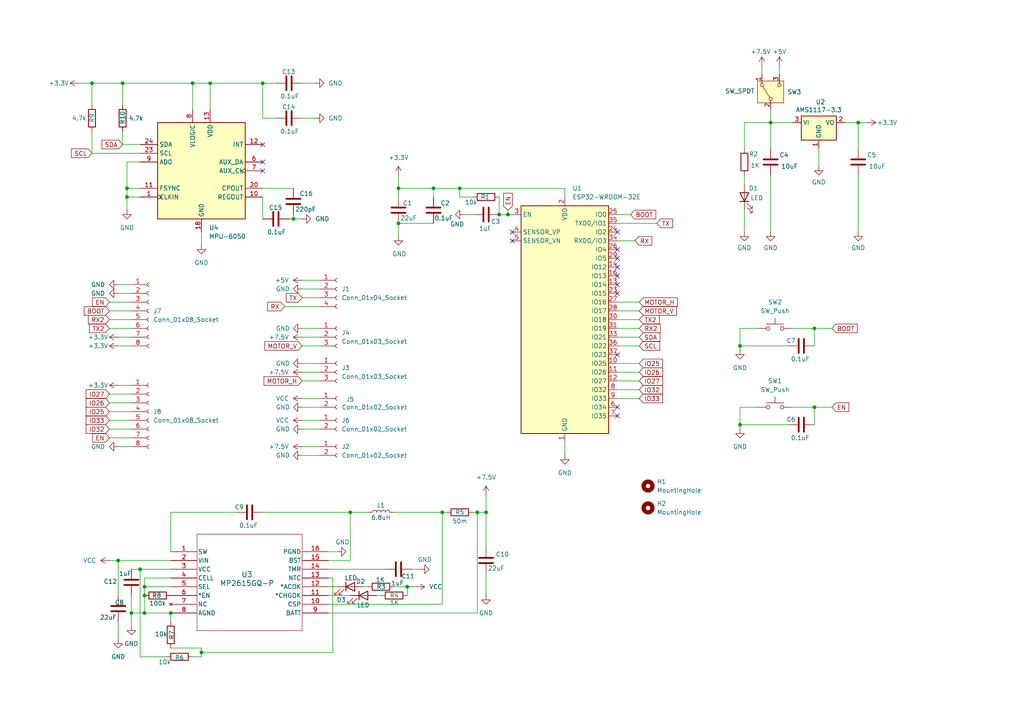
<source format=kicad_sch>
(kicad_sch (version 20231120) (generator "eeschema") (generator_version "8.0")
  (paper "A4")
  (junction (at 214.63 123.19))
  (junction (at 36.83 57.15))
  (junction (at 40.64 165.1))
  (junction (at 248.92 35.56))
  (junction (at 41.91 172.72))
  (junction (at 144.78 62.23))
  (junction (at 236.22 118.11))
  (junction (at 147.32 62.23))
  (junction (at 58.42 189.23))
  (junction (at 49.53 177.8))
  (junction (at 38.1 177.8))
  (junction (at 41.91 170.18))
  (junction (at 26.67 24.13))
  (junction (at 223.52 35.56))
  (junction (at 85.09 63.5))
  (junction (at 41.91 177.8))
  (junction (at 34.29 162.56))
  (junction (at 118.11 170.18))
  (junction (at 60.96 24.13))
  (junction (at 55.88 24.13))
  (junction (at 76.2 24.13))
  (junction (at 236.22 95.25))
  (junction (at 125.73 54.61))
  (junction (at 35.56 24.13))
  (junction (at 128.27 148.59))
  (junction (at 115.57 54.61))
  (junction (at 101.6 148.59))
  (junction (at 115.57 64.77))
  (junction (at 140.97 148.59))
  (junction (at 138.43 148.59))
  (junction (at 214.63 100.33))
  (junction (at 36.83 54.61))
  (junction (at 133.35 54.61))
  (no_connect (at 179.07 72.39))
  (no_connect (at 148.59 67.31))
  (no_connect (at 179.07 77.47))
  (no_connect (at 76.2 46.99))
  (no_connect (at 179.07 67.31))
  (no_connect (at 179.07 102.87))
  (no_connect (at 179.07 82.55))
  (no_connect (at 179.07 74.93))
  (no_connect (at 76.2 49.53))
  (no_connect (at 179.07 85.09))
  (no_connect (at 148.59 69.85))
  (no_connect (at 179.07 80.01))
  (no_connect (at 76.2 41.91))
  (no_connect (at 179.07 120.65))
  (no_connect (at 179.07 118.11))
  (bus_entry (at 3679.19 8.89) (size 2.54 2.54))
  (wire (pts (xy 34.29 82.55) (xy 38.1 82.55)))
  (wire (pts (xy 140.97 143.51) (xy 140.97 148.59)))
  (wire (pts (xy 214.63 100.33) (xy 228.6 100.33)))
  (wire (pts (xy 36.83 46.99) (xy 36.83 54.61)))
  (wire (pts (xy 96.52 167.64) (xy 96.52 189.23)))
  (wire (pts (xy 31.75 116.84) (xy 38.1 116.84)))
  (wire (pts (xy 76.2 54.61) (xy 85.09 54.61)))
  (wire (pts (xy 179.07 97.79) (xy 185.42 97.79)))
  (wire (pts (xy 49.53 160.02) (xy 49.53 148.59)))
  (wire (pts (xy 40.64 165.1) (xy 49.53 165.1)))
  (wire (pts (xy 115.57 54.61) (xy 115.57 57.15)))
  (wire (pts (xy 34.29 97.79) (xy 38.1 97.79)))
  (wire (pts (xy 76.2 57.15) (xy 76.2 63.5)))
  (wire (pts (xy 87.63 118.11) (xy 92.71 118.11)))
  (wire (pts (xy 87.63 95.25) (xy 92.71 95.25)))
  (wire (pts (xy 179.07 92.71) (xy 185.42 92.71)))
  (wire (pts (xy 87.63 132.08) (xy 92.71 132.08)))
  (wire (pts (xy 58.42 67.31) (xy 58.42 71.12)))
  (wire (pts (xy 147.32 60.96) (xy 147.32 62.23)))
  (wire (pts (xy 119.38 165.1) (xy 121.92 165.1)))
  (wire (pts (xy 41.91 170.18) (xy 41.91 172.72)))
  (wire (pts (xy 35.56 38.1) (xy 35.56 41.91)))
  (wire (pts (xy 179.07 110.49) (xy 185.42 110.49)))
  (wire (pts (xy 115.57 54.61) (xy 125.73 54.61)))
  (wire (pts (xy 60.96 24.13) (xy 60.96 31.75)))
  (wire (pts (xy 87.63 100.33) (xy 92.71 100.33)))
  (wire (pts (xy 41.91 167.64) (xy 41.91 170.18)))
  (wire (pts (xy 49.53 148.59) (xy 68.58 148.59)))
  (wire (pts (xy 49.53 177.8) (xy 49.53 180.34)))
  (wire (pts (xy 95.25 162.56) (xy 101.6 162.56)))
  (wire (pts (xy 96.52 167.64) (xy 95.25 167.64)))
  (wire (pts (xy 179.07 107.95) (xy 185.42 107.95)))
  (wire (pts (xy 245.11 35.56) (xy 248.92 35.56)))
  (wire (pts (xy 214.63 118.11) (xy 219.71 118.11)))
  (wire (pts (xy 87.63 86.36) (xy 92.71 86.36)))
  (wire (pts (xy 229.87 118.11) (xy 236.22 118.11)))
  (wire (pts (xy 40.64 165.1) (xy 40.64 190.5)))
  (wire (pts (xy 26.67 44.45) (xy 40.64 44.45)))
  (wire (pts (xy 179.07 95.25) (xy 185.42 95.25)))
  (wire (pts (xy 214.63 123.19) (xy 228.6 123.19)))
  (wire (pts (xy 31.75 162.56) (xy 34.29 162.56)))
  (wire (pts (xy 26.67 38.1) (xy 26.67 44.45)))
  (wire (pts (xy 35.56 41.91) (xy 40.64 41.91)))
  (wire (pts (xy 31.75 95.25) (xy 38.1 95.25)))
  (wire (pts (xy 118.11 170.18) (xy 120.65 170.18)))
  (wire (pts (xy 55.88 24.13) (xy 60.96 24.13)))
  (wire (pts (xy 133.35 54.61) (xy 133.35 57.15)))
  (wire (pts (xy 95.25 170.18) (xy 97.79 170.18)))
  (wire (pts (xy 58.42 190.5) (xy 55.88 190.5)))
  (wire (pts (xy 34.29 85.09) (xy 38.1 85.09)))
  (wire (pts (xy 179.07 100.33) (xy 185.42 100.33)))
  (wire (pts (xy 34.29 162.56) (xy 34.29 172.72)))
  (wire (pts (xy 40.64 190.5) (xy 48.26 190.5)))
  (wire (pts (xy 248.92 50.8) (xy 248.92 67.31)))
  (wire (pts (xy 179.07 64.77) (xy 190.5 64.77)))
  (wire (pts (xy 215.9 60.96) (xy 215.9 67.31)))
  (wire (pts (xy 237.49 48.26) (xy 237.49 43.18)))
  (wire (pts (xy 179.07 90.17) (xy 185.42 90.17)))
  (wire (pts (xy 115.57 50.8) (xy 115.57 54.61)))
  (wire (pts (xy 76.2 24.13) (xy 80.01 24.13)))
  (wire (pts (xy 179.07 115.57) (xy 185.42 115.57)))
  (wire (pts (xy 236.22 123.19) (xy 236.22 118.11)))
  (wire (pts (xy 95.25 165.1) (xy 111.76 165.1)))
  (wire (pts (xy 31.75 124.46) (xy 38.1 124.46)))
  (wire (pts (xy 144.78 62.23) (xy 147.32 62.23)))
  (wire (pts (xy 87.63 110.49) (xy 92.71 110.49)))
  (wire (pts (xy 115.57 64.77) (xy 125.73 64.77)))
  (wire (pts (xy 229.87 95.25) (xy 236.22 95.25)))
  (wire (pts (xy 105.41 170.18) (xy 106.68 170.18)))
  (wire (pts (xy 137.16 57.15) (xy 133.35 57.15)))
  (wire (pts (xy 40.64 57.15) (xy 36.83 57.15)))
  (wire (pts (xy 40.64 54.61) (xy 36.83 54.61)))
  (wire (pts (xy 147.32 62.23) (xy 148.59 62.23)))
  (wire (pts (xy 31.75 127) (xy 38.1 127)))
  (wire (pts (xy 26.67 24.13) (xy 26.67 30.48)))
  (wire (pts (xy 179.07 62.23) (xy 182.88 62.23)))
  (wire (pts (xy 60.96 24.13) (xy 76.2 24.13)))
  (wire (pts (xy 38.1 165.1) (xy 40.64 165.1)))
  (wire (pts (xy 223.52 31.75) (xy 223.52 35.56)))
  (wire (pts (xy 31.75 90.17) (xy 38.1 90.17)))
  (wire (pts (xy 140.97 148.59) (xy 140.97 158.75)))
  (wire (pts (xy 34.29 180.34) (xy 34.29 185.42)))
  (wire (pts (xy 87.63 121.92) (xy 92.71 121.92)))
  (wire (pts (xy 114.3 148.59) (xy 128.27 148.59)))
  (wire (pts (xy 138.43 148.59) (xy 137.16 148.59)))
  (wire (pts (xy 223.52 35.56) (xy 223.52 43.18)))
  (wire (pts (xy 101.6 162.56) (xy 101.6 148.59)))
  (wire (pts (xy 87.63 97.79) (xy 92.71 97.79)))
  (wire (pts (xy 138.43 177.8) (xy 138.43 148.59)))
  (wire (pts (xy 236.22 118.11) (xy 241.3 118.11)))
  (wire (pts (xy 83.82 63.5) (xy 85.09 63.5)))
  (wire (pts (xy 80.01 34.29) (xy 76.2 34.29)))
  (wire (pts (xy 55.88 24.13) (xy 55.88 31.75)))
  (wire (pts (xy 214.63 101.6) (xy 214.63 100.33)))
  (wire (pts (xy 36.83 54.61) (xy 36.83 57.15)))
  (wire (pts (xy 38.1 177.8) (xy 38.1 181.61)))
  (wire (pts (xy 128.27 148.59) (xy 128.27 175.26)))
  (wire (pts (xy 58.42 189.23) (xy 58.42 187.96)))
  (wire (pts (xy 41.91 177.8) (xy 49.53 177.8)))
  (wire (pts (xy 236.22 95.25) (xy 241.3 95.25)))
  (wire (pts (xy 215.9 35.56) (xy 215.9 43.18)))
  (wire (pts (xy 87.63 34.29) (xy 91.44 34.29)))
  (wire (pts (xy 87.63 107.95) (xy 92.71 107.95)))
  (wire (pts (xy 31.75 121.92) (xy 38.1 121.92)))
  (wire (pts (xy 95.25 175.26) (xy 128.27 175.26)))
  (wire (pts (xy 49.53 167.64) (xy 41.91 167.64)))
  (wire (pts (xy 144.78 57.15) (xy 144.78 62.23)))
  (wire (pts (xy 36.83 57.15) (xy 36.83 60.96)))
  (wire (pts (xy 34.29 100.33) (xy 38.1 100.33)))
  (wire (pts (xy 22.86 24.13) (xy 26.67 24.13)))
  (wire (pts (xy 34.29 162.56) (xy 49.53 162.56)))
  (wire (pts (xy 82.55 88.9) (xy 92.71 88.9)))
  (wire (pts (xy 248.92 35.56) (xy 248.92 43.18)))
  (wire (pts (xy 96.52 189.23) (xy 58.42 189.23)))
  (wire (pts (xy 87.63 105.41) (xy 92.71 105.41)))
  (wire (pts (xy 125.73 54.61) (xy 125.73 57.15)))
  (wire (pts (xy 87.63 115.57) (xy 92.71 115.57)))
  (wire (pts (xy 35.56 24.13) (xy 55.88 24.13)))
  (wire (pts (xy 38.1 177.8) (xy 41.91 177.8)))
  (wire (pts (xy 163.83 128.27) (xy 163.83 132.08)))
  (wire (pts (xy 163.83 54.61) (xy 163.83 57.15)))
  (wire (pts (xy 214.63 100.33) (xy 214.63 95.25)))
  (wire (pts (xy 76.2 24.13) (xy 76.2 34.29)))
  (wire (pts (xy 114.3 170.18) (xy 118.11 170.18)))
  (wire (pts (xy 110.49 172.72) (xy 109.22 172.72)))
  (wire (pts (xy 138.43 148.59) (xy 140.97 148.59)))
  (wire (pts (xy 95.25 172.72) (xy 101.6 172.72)))
  (wire (pts (xy 179.07 113.03) (xy 185.42 113.03)))
  (wire (pts (xy 76.2 148.59) (xy 101.6 148.59)))
  (wire (pts (xy 134.62 62.23) (xy 137.16 62.23)))
  (wire (pts (xy 58.42 190.5) (xy 58.42 189.23)))
  (wire (pts (xy 87.63 83.82) (xy 92.71 83.82)))
  (wire (pts (xy 31.75 119.38) (xy 38.1 119.38)))
  (wire (pts (xy 128.27 148.59) (xy 129.54 148.59)))
  (wire (pts (xy 223.52 35.56) (xy 215.9 35.56)))
  (wire (pts (xy 95.25 177.8) (xy 138.43 177.8)))
  (wire (pts (xy 85.09 63.5) (xy 87.63 63.5)))
  (wire (pts (xy 223.52 50.8) (xy 223.52 67.31)))
  (wire (pts (xy 236.22 100.33) (xy 236.22 95.25)))
  (wire (pts (xy 87.63 24.13) (xy 91.44 24.13)))
  (wire (pts (xy 58.42 187.96) (xy 49.53 187.96)))
  (wire (pts (xy 214.63 95.25) (xy 219.71 95.25)))
  (wire (pts (xy 214.63 124.46) (xy 214.63 123.19)))
  (wire (pts (xy 220.98 19.05) (xy 220.98 21.59)))
  (wire (pts (xy 26.67 24.13) (xy 35.56 24.13)))
  (wire (pts (xy 31.75 114.3) (xy 38.1 114.3)))
  (wire (pts (xy 226.06 19.05) (xy 226.06 21.59)))
  (wire (pts (xy 140.97 166.37) (xy 140.97 172.72)))
  (wire (pts (xy 179.07 69.85) (xy 184.15 69.85)))
  (wire (pts (xy 35.56 24.13) (xy 35.56 30.48)))
  (wire (pts (xy 179.07 87.63) (xy 185.42 87.63)))
  (wire (pts (xy 41.91 172.72) (xy 41.91 177.8)))
  (wire (pts (xy 179.07 105.41) (xy 185.42 105.41)))
  (wire (pts (xy 87.63 124.46) (xy 92.71 124.46)))
  (wire (pts (xy 38.1 172.72) (xy 38.1 177.8)))
  (wire (pts (xy 229.87 35.56) (xy 223.52 35.56)))
  (wire (pts (xy 214.63 123.19) (xy 214.63 118.11)))
  (wire (pts (xy 40.64 46.99) (xy 36.83 46.99)))
  (wire (pts (xy 95.25 160.02) (xy 97.79 160.02)))
  (wire (pts (xy 101.6 148.59) (xy 106.68 148.59)))
  (wire (pts (xy 31.75 92.71) (xy 38.1 92.71)))
  (wire (pts (xy 118.11 172.72) (xy 118.11 170.18)))
  (wire (pts (xy 87.63 129.54) (xy 92.71 129.54)))
  (wire (pts (xy 34.29 111.76) (xy 38.1 111.76)))
  (wire (pts (xy 34.29 129.54) (xy 38.1 129.54)))
  (wire (pts (xy 215.9 50.8) (xy 215.9 53.34)))
  (wire (pts (xy 248.92 35.56) (xy 251.46 35.56)))
  (wire (pts (xy 41.91 170.18) (xy 49.53 170.18)))
  (wire (pts (xy 133.35 54.61) (xy 163.83 54.61)))
  (wire (pts (xy 115.57 68.58) (xy 115.57 64.77)))
  (wire (pts (xy 31.75 87.63) (xy 38.1 87.63)))
  (wire (pts (xy 87.63 81.28) (xy 92.71 81.28)))
  (wire (pts (xy 125.73 54.61) (xy 133.35 54.61)))
  (wire (pts (xy 85.09 62.23) (xy 85.09 63.5)))
  (global_label "TX2" (shape input) (at 185.42 92.71 0) (property "Intersheetrefs" "${INTERSHEET_REFS}" (effects (hide yes))))
  (global_label "IO32" (shape input) (at 31.75 124.46 180) (property "Intersheetrefs" "${INTERSHEET_REFS}" (effects (hide yes))))
  (global_label "RX2" (shape input) (at 185.42 95.25 0) (property "Intersheetrefs" "${INTERSHEET_REFS}" (effects (hide yes))))
  (global_label "RX2" (shape input) (at 31.75 92.71 180) (property "Intersheetrefs" "${INTERSHEET_REFS}" (effects (hide yes))))
  (global_label "EN" (shape input) (at 31.75 127 180) (property "Intersheetrefs" "${INTERSHEET_REFS}" (effects (hide yes))))
  (global_label "IO25" (shape input) (at 185.42 105.41 0) (property "Intersheetrefs" "${INTERSHEET_REFS}" (effects (hide yes))))
  (global_label "MOTOR_H" (shape input) (at 87.63 110.49 180) (property "Intersheetrefs" "${INTERSHEET_REFS}" (effects (hide yes))))
  (global_label "IO26" (shape input) (at 31.75 116.84 180) (property "Intersheetrefs" "${INTERSHEET_REFS}" (effects (hide yes))))
  (global_label "TX" (shape input) (at 87.63 86.36 180) (property "Intersheetrefs" "${INTERSHEET_REFS}" (effects (hide yes))))
  (global_label "BOOT" (shape input) (at 241.3 95.25 0) (property "Intersheetrefs" "${INTERSHEET_REFS}" (effects (hide yes))))
  (global_label "TX" (shape input) (at 190.5 64.77 0) (property "Intersheetrefs" "${INTERSHEET_REFS}" (effects (hide yes))))
  (global_label "IO32" (shape input) (at 185.42 113.03 0) (property "Intersheetrefs" "${INTERSHEET_REFS}" (effects (hide yes))))
  (global_label "MOTOR_V" (shape input) (at 185.42 90.17 0) (property "Intersheetrefs" "${INTERSHEET_REFS}" (effects (hide yes))))
  (global_label "IO26" (shape input) (at 185.42 107.95 0) (property "Intersheetrefs" "${INTERSHEET_REFS}" (effects (hide yes))))
  (global_label "MOTOR_V" (shape input) (at 87.63 100.33 180) (property "Intersheetrefs" "${INTERSHEET_REFS}" (effects (hide yes))))
  (global_label "EN" (shape input) (at 147.32 60.96 90) (property "Intersheetrefs" "${INTERSHEET_REFS}" (effects (hide yes))))
  (global_label "SCL" (shape input) (at 185.42 100.33 0) (property "Intersheetrefs" "${INTERSHEET_REFS}" (effects (hide yes))))
  (global_label "EN" (shape input) (at 31.75 87.63 180) (property "Intersheetrefs" "${INTERSHEET_REFS}" (effects (hide yes))))
  (global_label "EN" (shape input) (at 241.3 118.11 0) (property "Intersheetrefs" "${INTERSHEET_REFS}" (effects (hide yes))))
  (global_label "SDA" (shape input) (at 185.42 97.79 0) (property "Intersheetrefs" "${INTERSHEET_REFS}" (effects (hide yes))))
  (global_label "SCL" (shape input) (at 26.67 44.45 180) (property "Intersheetrefs" "${INTERSHEET_REFS}" (effects (hide yes))))
  (global_label "IO27" (shape input) (at 185.42 110.49 0) (property "Intersheetrefs" "${INTERSHEET_REFS}" (effects (hide yes))))
  (global_label "RX" (shape input) (at 82.55 88.9 180) (property "Intersheetrefs" "${INTERSHEET_REFS}" (effects (hide yes))))
  (global_label "SDA" (shape input) (at 35.56 41.91 180) (property "Intersheetrefs" "${INTERSHEET_REFS}" (effects (hide yes))))
  (global_label "BOOT" (shape input) (at 182.88 62.23 0) (property "Intersheetrefs" "${INTERSHEET_REFS}" (effects (hide yes))))
  (global_label "IO33" (shape input) (at 31.75 121.92 180) (property "Intersheetrefs" "${INTERSHEET_REFS}" (effects (hide yes))))
  (global_label "RX" (shape input) (at 184.15 69.85 0) (property "Intersheetrefs" "${INTERSHEET_REFS}" (effects (hide yes))))
  (global_label "MOTOR_H" (shape input) (at 185.42 87.63 0) (property "Intersheetrefs" "${INTERSHEET_REFS}" (effects (hide yes))))
  (global_label "IO33" (shape input) (at 185.42 115.57 0) (property "Intersheetrefs" "${INTERSHEET_REFS}" (effects (hide yes))))
  (global_label "IO27" (shape input) (at 31.75 114.3 180) (property "Intersheetrefs" "${INTERSHEET_REFS}" (effects (hide yes))))
  (global_label "TX2" (shape input) (at 31.75 95.25 180) (property "Intersheetrefs" "${INTERSHEET_REFS}" (effects (hide yes))))
  (global_label "IO25" (shape input) (at 31.75 119.38 180) (property "Intersheetrefs" "${INTERSHEET_REFS}" (effects (hide yes))))
  (global_label "BOOT" (shape input) (at 31.75 90.17 180) (property "Intersheetrefs" "${INTERSHEET_REFS}" (effects (hide yes))))
  (symbol (lib_id "power:GND") (at 38.1 181.61 0) (unit 1)
    (property "Reference" "#PWR031" (effects (hide yes)))
    (property "Value" "GND" (at 38.1 186.69 0))
    (property "Description" "Power symbol creates a global label with name \"GND\" , ground" (effects (hide yes)))
  )
  (symbol (lib_id "power:GND") (at 134.62 62.23 270) (unit 1)
    (property "Reference" "#PWR04" (effects (hide yes)))
    (property "Value" "GND" (at 134.62 65.024 90) (effects (justify right)))
    (property "Description" "Power symbol creates a global label with name \"GND\" , ground" (effects (hide yes)))
  )
  (symbol (lib_id "power:GND") (at 91.44 24.13 90) (unit 1)
    (property "Reference" "#PWR033" (effects (hide yes)))
    (property "Value" "GND" (at 95.25 24.1299 90) (effects (justify right)))
    (property "Description" "Power symbol creates a global label with name \"GND\" , ground" (effects (hide yes)))
  )
  (symbol (lib_id "Device:LED") (at 215.9 57.15 90) (unit 1)
    (property "Reference" "D1" (at 217.17 54.61 90) (effects (justify right)))
    (property "Value" "LED" (at 217.678 57.404 90) (effects (justify right)))
    (property "Footprint" "LED_SMD:LED_0805_2012Metric_Pad1.15x1.40mm_HandSolder" (effects (hide yes)))
    (property "Description" "Light emitting diode" (effects (hide yes)))
  )
  (symbol (lib_id "power:GND") (at 91.44 34.29 90) (unit 1)
    (property "Reference" "#PWR036" (effects (hide yes)))
    (property "Value" "GND" (at 95.25 34.2899 90) (effects (justify right)))
    (property "Description" "Power symbol creates a global label with name \"GND\" , ground" (effects (hide yes)))
  )
  (symbol (lib_id "power:GND") (at 34.29 129.54 270) (unit 1)
    (property "Reference" "#PWR042" (effects (hide yes)))
    (property "Value" "GND" (at 30.48 129.5399 90) (effects (justify right)))
    (property "Description" "Power symbol creates a global label with name \"GND\" , ground" (effects (hide yes)))
  )
  (symbol (lib_id "power:GND") (at 87.63 132.08 270) (unit 1)
    (property "Reference" "#PWR016" (effects (hide yes)))
    (property "Value" "GND" (at 84.074 132.08 90) (effects (justify right)))
    (property "Description" "Power symbol creates a global label with name \"GND\" , ground" (effects (hide yes)))
  )
  (symbol (lib_id "power:GND") (at 36.83 60.96 0) (unit 1)
    (property "Reference" "#PWR035" (effects (hide yes)))
    (property "Value" "GND" (at 36.83 66.04 0))
    (property "Description" "Power symbol creates a global label with name \"GND\" , ground" (effects (hide yes)))
  )
  (symbol (lib_id "Device:C") (at 83.82 24.13 270) (unit 1)
    (property "Reference" "C13" (at 81.788 20.828 90) (effects (justify left)))
    (property "Value" "0.1uF" (at 81.28 27.94 90) (effects (justify left)))
    (property "Footprint" "Capacitor_SMD:C_0603_1608Metric_Pad1.08x0.95mm_HandSolder" (effects (hide yes)))
    (property "Description" "Unpolarized capacitor" (effects (hide yes)))
  )
  (symbol (lib_id "Device:C") (at 80.01 63.5 270) (unit 1)
    (property "Reference" "C15" (at 77.978 60.198 90) (effects (justify left)))
    (property "Value" "0.1uF" (at 77.47 67.31 90) (effects (justify left)))
    (property "Footprint" "Capacitor_SMD:C_0603_1608Metric_Pad1.08x0.95mm_HandSolder" (effects (hide yes)))
    (property "Description" "Unpolarized capacitor" (effects (hide yes)))
  )
  (symbol (lib_id "Device:R") (at 133.35 148.59 90) (unit 1)
    (property "Reference" "R5" (at 133.35 148.59 90))
    (property "Value" "50m" (at 133.35 151.13 90))
    (property "Footprint" "Resistor_SMD:R_0603_1608Metric_Pad0.98x0.95mm_HandSolder" (effects (hide yes)))
    (property "Description" "Resistor" (effects (hide yes)))
  )
  (symbol (lib_id "Device:C") (at 125.73 60.96 0) (unit 1)
    (property "Reference" "C2" (at 127.762 58.928 0) (effects (justify left)))
    (property "Value" "0.1uF" (at 125.984 63.246 0) (effects (justify left)))
    (property "Footprint" "Capacitor_SMD:C_0603_1608Metric_Pad1.08x0.95mm_HandSolder" (effects (hide yes)))
    (property "Description" "Unpolarized capacitor" (effects (hide yes)))
  )
  (symbol (lib_id "power:VCC") (at 120.65 170.18 270) (unit 1)
    (property "Reference" "#PWR026" (effects (hide yes)))
    (property "Value" "VCC" (at 124.46 170.1799 90) (effects (justify left)))
    (property "Description" "Power symbol creates a global label with name \"VCC\"" (effects (hide yes)))
  )
  (symbol (lib_id "Connector:Conn_01x08_Socket") (at 43.18 90.17 0) (unit 1)
    (property "Reference" "J7" (at 44.45 90.1699 0) (effects (justify left)))
    (property "Value" "Conn_01x08_Socket" (at 44.45 92.7099 0) (effects (justify left)))
    (property "Footprint" "Connector_JST:JST_EH_B8B-EH-A_1x08_P2.50mm_Vertical" (effects (hide yes)))
    (property "Description" "Generic connector, single row, 01x08, script generated" (effects (hide yes)))
  )
  (symbol (lib_id "power:GND") (at 214.63 124.46 0) (unit 1)
    (property "Reference" "#PWR011" (effects (hide yes)))
    (property "Value" "GND" (at 214.63 129.54 0))
    (property "Description" "Power symbol creates a global label with name \"GND\" , ground" (effects (hide yes)))
  )
  (symbol (lib_id "RF_Module:ESP32-WROOM-32E") (at 163.83 92.71 0) (unit 1)
    (property "Reference" "U1" (at 166.0241 54.61 0) (effects (justify left)))
    (property "Value" "ESP32-WROOM-32E" (at 166.0241 57.15 0) (effects (justify left)))
    (property "Footprint" "RF_Module:ESP32-WROOM-32D" (effects (hide yes)))
    (property "Datasheet" "https://www.espressif.com/sites/default/files/documentation/esp32-wroom-32e_esp32-wroom-32ue_datasheet_en.pdf" (effects (hide yes)))
    (property "Description" "RF Module, ESP32-D0WD-V3 SoC, without PSRAM, Wi-Fi 802.11b/g/n, Bluetooth, BLE, 32-bit, 2.7-3.6V, onboard antenna, SMD" (effects (hide yes)))
  )
  (symbol (lib_id "Device:C") (at 248.92 46.99 0) (unit 1)
    (property "Reference" "C5" (at 251.46 44.958 0) (effects (justify left)))
    (property "Value" "10uF" (at 251.968 48.26 0) (effects (justify left)))
    (property "Footprint" "Capacitor_SMD:C_0805_2012Metric_Pad1.18x1.45mm_HandSolder" (effects (hide yes)))
    (property "Description" "Unpolarized capacitor" (effects (hide yes)))
  )
  (symbol (lib_id "Mechanical:MountingHole") (at 187.96 147.32 0) (unit 1) (exclude_from_sim yes) (in_bom no)
    (property "Reference" "H2" (at 190.5 146.0499 0) (effects (justify left)))
    (property "Value" "MountingHole" (at 190.5 148.5899 0) (effects (justify left)))
    (property "Footprint" "MountingHole:MountingHole_3.2mm_M3" (effects (hide yes)))
    (property "Description" "Mounting Hole without connection" (effects (hide yes)))
  )
  (symbol (lib_id "Device:C") (at 34.29 176.53 0) (unit 1)
    (property "Reference" "C8" (at 33.274 174.752 0) (effects (justify left)))
    (property "Value" "22uF" (at 28.956 179.07 0) (effects (justify left)))
    (property "Footprint" "Capacitor_SMD:C_0603_1608Metric_Pad1.08x0.95mm_HandSolder" (effects (hide yes)))
    (property "Description" "Unpolarized capacitor" (effects (hide yes)))
  )
  (symbol (lib_id "power:+3.3V") (at 34.29 111.76 90) (unit 1)
    (property "Reference" "#PWR045" (effects (hide yes)))
    (property "Value" "+3.3V" (at 28.448 111.76 90))
    (property "Description" "Power symbol creates a global label with name \"+3.3V\"" (effects (hide yes)))
  )
  (symbol (lib_id "Sensor_Motion:MPU-6050") (at 58.42 49.53 0) (unit 1)
    (property "Reference" "U4" (at 60.6141 66.04 0) (effects (justify left)))
    (property "Value" "MPU-6050" (at 60.6141 68.58 0) (effects (justify left)))
    (property "Footprint" "Sensor_Motion:InvenSense_QFN-24_4x4mm_P0.5mm" (effects (hide yes)))
    (property "Datasheet" "https://invensense.tdk.com/wp-content/uploads/2015/02/MPU-6000-Datasheet1.pdf" (effects (hide yes)))
    (property "Description" "InvenSense 6-Axis Motion Sensor, Gyroscope, Accelerometer, I2C" (effects (hide yes)))
  )
  (symbol (lib_id "Device:LED") (at 101.6 170.18 0) (unit 1)
    (property "Reference" "D2" (at 105.918 168.656 0) (effects (justify right)))
    (property "Value" "LED" (at 103.632 167.64 0) (effects (justify right)))
    (property "Footprint" "LED_SMD:LED_0805_2012Metric_Pad1.15x1.40mm_HandSolder" (effects (hide yes)))
    (property "Description" "Light emitting diode" (effects (hide yes)))
  )
  (symbol (lib_id "Device:R") (at 49.53 184.15 180) (unit 1)
    (property "Reference" "R7" (at 49.784 184.15 90))
    (property "Value" "10k" (at 46.736 183.896 0))
    (property "Footprint" "Resistor_SMD:R_0603_1608Metric_Pad0.98x0.95mm_HandSolder" (effects (hide yes)))
    (property "Description" "Resistor" (effects (hide yes)))
  )
  (symbol (lib_id "Device:C") (at 140.97 62.23 90) (unit 1)
    (property "Reference" "C3" (at 143.764 64.262 90))
    (property "Value" "1uF" (at 140.716 66.294 90))
    (property "Footprint" "Capacitor_SMD:C_0805_2012Metric_Pad1.18x1.45mm_HandSolder" (effects (hide yes)))
    (property "Description" "Unpolarized capacitor" (effects (hide yes)))
  )
  (symbol (lib_id "power:+5V") (at 87.63 81.28 90) (unit 1)
    (property "Reference" "#PWR013" (effects (hide yes)))
    (property "Value" "+5V" (at 83.82 81.2799 90) (effects (justify left)))
    (property "Description" "Power symbol creates a global label with name \"+5V\"" (effects (hide yes)))
  )
  (symbol (lib_id "Device:C") (at 232.41 100.33 270) (unit 1)
    (property "Reference" "C7" (at 228.092 98.806 90) (effects (justify left)))
    (property "Value" "0.1uF" (at 229.362 104.14 90) (effects (justify left)))
    (property "Footprint" "Capacitor_SMD:C_0603_1608Metric_Pad1.08x0.95mm_HandSolder" (effects (hide yes)))
    (property "Description" "Unpolarized capacitor" (effects (hide yes)))
  )
  (symbol (lib_id "Device:R") (at 215.9 46.99 0) (unit 1)
    (property "Reference" "R2" (at 217.17 44.704 0) (effects (justify left)))
    (property "Value" "1K" (at 217.678 48.006 0) (effects (justify left)))
    (property "Footprint" "Resistor_SMD:R_0603_1608Metric_Pad0.98x0.95mm_HandSolder" (effects (hide yes)))
    (property "Description" "Resistor" (effects (hide yes)))
  )
  (symbol (lib_id "power:GND") (at 58.42 71.12 0) (unit 1)
    (property "Reference" "#PWR034" (effects (hide yes)))
    (property "Value" "GND" (at 58.42 76.2 0))
    (property "Description" "Power symbol creates a global label with name \"GND\" , ground" (effects (hide yes)))
  )
  (symbol (lib_id "power:+3.3V") (at 251.46 35.56 270) (unit 1)
    (property "Reference" "#PWR07" (effects (hide yes)))
    (property "Value" "+3.3V" (at 257.302 35.56 90))
    (property "Description" "Power symbol creates a global label with name \"+3.3V\"" (effects (hide yes)))
  )
  (symbol (lib_id "Connector:Conn_01x02_Socket") (at 97.79 129.54 0) (unit 1)
    (property "Reference" "J2" (at 99.06 129.5399 0) (effects (justify left)))
    (property "Value" "Conn_01x02_Socket" (at 99.06 132.0799 0) (effects (justify left)))
    (property "Footprint" "Connector_JST:JST_EH_S2B-EH_1x02_P2.50mm_Horizontal" (effects (hide yes)))
    (property "Description" "Generic connector, single row, 01x02, script generated" (effects (hide yes)))
  )
  (symbol (lib_id "Device:C") (at 223.52 46.99 0) (unit 1)
    (property "Reference" "C4" (at 226.06 44.958 0) (effects (justify left)))
    (property "Value" "10uF" (at 226.568 48.26 0) (effects (justify left)))
    (property "Footprint" "Capacitor_SMD:C_0805_2012Metric_Pad1.18x1.45mm_HandSolder" (effects (hide yes)))
    (property "Description" "Unpolarized capacitor" (effects (hide yes)))
  )
  (symbol (lib_id "power:GND") (at 87.63 105.41 270) (unit 1)
    (property "Reference" "#PWR018" (effects (hide yes)))
    (property "Value" "GND" (at 84.074 105.41 90) (effects (justify right)))
    (property "Description" "Power symbol creates a global label with name \"GND\" , ground" (effects (hide yes)))
  )
  (symbol (lib_id "power:GND") (at 87.63 83.82 270) (unit 1)
    (property "Reference" "#PWR014" (effects (hide yes)))
    (property "Value" "GND" (at 84.074 83.82 90) (effects (justify right)))
    (property "Description" "Power symbol creates a global label with name \"GND\" , ground" (effects (hide yes)))
  )
  (symbol (lib_id "power:GND") (at 87.63 63.5 90) (unit 1)
    (property "Reference" "#PWR037" (effects (hide yes)))
    (property "Value" "GND" (at 91.44 63.4999 90) (effects (justify right)))
    (property "Description" "Power symbol creates a global label with name \"GND\" , ground" (effects (hide yes)))
  )
  (symbol (lib_id "Device:R") (at 140.97 57.15 90) (unit 1)
    (property "Reference" "R1" (at 140.716 57.15 90))
    (property "Value" "10k" (at 136.652 58.674 90))
    (property "Footprint" "Resistor_SMD:R_0603_1608Metric_Pad0.98x0.95mm_HandSolder" (effects (hide yes)))
    (property "Description" "Resistor" (effects (hide yes)))
  )
  (symbol (lib_id "power:GND") (at 87.63 124.46 270) (unit 1)
    (property "Reference" "#PWR039" (effects (hide yes)))
    (property "Value" "GND" (at 84.074 124.46 90) (effects (justify right)))
    (property "Description" "Power symbol creates a global label with name \"GND\" , ground" (effects (hide yes)))
  )
  (symbol (lib_id "power:+7.5V") (at 140.97 143.51 0) (unit 1)
    (property "Reference" "#PWR029" (effects (hide yes)))
    (property "Value" "+7.5V" (at 140.97 138.43 0))
    (property "Description" "Power symbol creates a global label with name \"+7.5V\"" (effects (hide yes)))
  )
  (symbol (lib_id "power:+5V") (at 226.06 19.05 0) (unit 1)
    (property "Reference" "#PWR02" (effects (hide yes)))
    (property "Value" "+5V" (at 226.06 14.986 0))
    (property "Description" "Power symbol creates a global label with name \"+5V\"" (effects (hide yes)))
  )
  (symbol (lib_id "Switch:SW_Push") (at 224.79 118.11 0) (unit 1)
    (property "Reference" "SW1" (at 224.79 110.49 0))
    (property "Value" "SW_Push" (at 224.79 113.03 0))
    (property "Footprint" "Button_Switch_SMD:SW_Push_1P1T_NO_CK_KSC6xxJ" (effects (hide yes)))
    (property "Description" "Push button switch, generic, two pins" (effects (hide yes)))
  )
  (symbol (lib_id "Device:C") (at 115.57 60.96 0) (unit 1)
    (property "Reference" "C1" (at 116.84 58.928 0) (effects (justify left)))
    (property "Value" "22uF" (at 116.078 63.246 0) (effects (justify left)))
    (property "Footprint" "Capacitor_SMD:C_0603_1608Metric_Pad1.08x0.95mm_HandSolder" (effects (hide yes)))
    (property "Description" "Unpolarized capacitor" (effects (hide yes)))
  )
  (symbol (lib_id "Device:C") (at 72.39 148.59 270) (unit 1)
    (property "Reference" "C9" (at 68.072 147.066 90) (effects (justify left)))
    (property "Value" "0.1uF" (at 69.342 152.4 90) (effects (justify left)))
    (property "Footprint" "Capacitor_SMD:C_0603_1608Metric_Pad1.08x0.95mm_HandSolder" (effects (hide yes)))
    (property "Description" "Unpolarized capacitor" (effects (hide yes)))
  )
  (symbol (lib_id "power:GND") (at 214.63 101.6 0) (unit 1)
    (property "Reference" "#PWR012" (effects (hide yes)))
    (property "Value" "GND" (at 214.63 106.68 0))
    (property "Description" "Power symbol creates a global label with name \"GND\" , ground" (effects (hide yes)))
  )
  (symbol (lib_id "Device:C") (at 38.1 168.91 180) (unit 1)
    (property "Reference" "C12" (at 32.004 168.656 0))
    (property "Value" "1uF" (at 36.322 166.37 0))
    (property "Footprint" "Capacitor_SMD:C_0805_2012Metric_Pad1.18x1.45mm_HandSolder" (effects (hide yes)))
    (property "Description" "Unpolarized capacitor" (effects (hide yes)))
  )
  (symbol (lib_id "power:+3.3V") (at 34.29 97.79 90) (unit 1)
    (property "Reference" "#PWR043" (effects (hide yes)))
    (property "Value" "+3.3V" (at 28.448 97.79 90))
    (property "Description" "Power symbol creates a global label with name \"+3.3V\"" (effects (hide yes)))
  )
  (symbol (lib_id "power:+7.5V") (at 87.63 97.79 90) (unit 1)
    (property "Reference" "#PWR020" (effects (hide yes)))
    (property "Value" "+7.5V" (at 83.82 97.7899 90) (effects (justify left)))
    (property "Description" "Power symbol creates a global label with name \"+7.5V\"" (effects (hide yes)))
  )
  (symbol (lib_id "Connector:Conn_01x02_Socket") (at 97.79 121.92 0) (unit 1)
    (property "Reference" "J6" (at 99.06 121.9199 0) (effects (justify left)))
    (property "Value" "Conn_01x02_Socket" (at 99.06 124.4599 0) (effects (justify left)))
    (property "Footprint" "Connector_JST:JST_EH_S2B-EH_1x02_P2.50mm_Horizontal" (effects (hide yes)))
    (property "Description" "Generic connector, single row, 01x02, script generated" (effects (hide yes)))
  )
  (symbol (lib_id "power:+7.5V") (at 87.63 107.95 90) (unit 1)
    (property "Reference" "#PWR017" (effects (hide yes)))
    (property "Value" "+7.5V" (at 83.82 107.9499 90) (effects (justify left)))
    (property "Description" "Power symbol creates a global label with name \"+7.5V\"" (effects (hide yes)))
  )
  (symbol (lib_id "power:VCC") (at 87.63 115.57 90) (unit 1)
    (property "Reference" "#PWR022" (effects (hide yes)))
    (property "Value" "VCC" (at 83.82 115.5699 90) (effects (justify left)))
    (property "Description" "Power symbol creates a global label with name \"VCC\"" (effects (hide yes)))
  )
  (symbol (lib_id "power:GND") (at 87.63 118.11 270) (unit 1)
    (property "Reference" "#PWR023" (effects (hide yes)))
    (property "Value" "GND" (at 84.074 118.11 90) (effects (justify right)))
    (property "Description" "Power symbol creates a global label with name \"GND\" , ground" (effects (hide yes)))
  )
  (symbol (lib_id "Device:C") (at 83.82 34.29 270) (unit 1)
    (property "Reference" "C14" (at 81.788 30.988 90) (effects (justify left)))
    (property "Value" "0.1uF" (at 81.28 38.1 90) (effects (justify left)))
    (property "Footprint" "Capacitor_SMD:C_0603_1608Metric_Pad1.08x0.95mm_HandSolder" (effects (hide yes)))
    (property "Description" "Unpolarized capacitor" (effects (hide yes)))
  )
  (symbol (lib_id "power:GND") (at 34.29 85.09 270) (unit 1)
    (property "Reference" "#PWR041" (effects (hide yes)))
    (property "Value" "GND" (at 30.48 85.0899 90) (effects (justify right)))
    (property "Description" "Power symbol creates a global label with name \"GND\" , ground" (effects (hide yes)))
  )
  (symbol (lib_id "power:GND") (at 163.83 132.08 0) (unit 1)
    (property "Reference" "#PWR01" (effects (hide yes)))
    (property "Value" "GND" (at 163.83 137.16 0))
    (property "Description" "Power symbol creates a global label with name \"GND\" , ground" (effects (hide yes)))
  )
  (symbol (lib_id "power:GND") (at 34.29 185.42 0) (unit 1)
    (property "Reference" "#PWR025" (effects (hide yes)))
    (property "Value" "GND" (at 34.29 190.5 0))
    (property "Description" "Power symbol creates a global label with name \"GND\" , ground" (effects (hide yes)))
  )
  (symbol (lib_id "power:GND") (at 97.79 160.02 90) (unit 1)
    (property "Reference" "#PWR027" (effects (hide yes)))
    (property "Value" "GND" (at 97.282 157.226 90) (effects (justify right)))
    (property "Description" "Power symbol creates a global label with name \"GND\" , ground" (effects (hide yes)))
  )
  (symbol (lib_id "power:+3.3V") (at 34.29 100.33 90) (unit 1)
    (property "Reference" "#PWR044" (effects (hide yes)))
    (property "Value" "+3.3V" (at 28.448 100.33 90))
    (property "Description" "Power symbol creates a global label with name \"+3.3V\"" (effects (hide yes)))
  )
  (symbol (lib_id "Mechanical:MountingHole") (at 187.96 140.97 0) (unit 1) (exclude_from_sim yes) (in_bom no)
    (property "Reference" "H1" (at 190.5 139.6999 0) (effects (justify left)))
    (property "Value" "MountingHole" (at 190.5 142.2399 0) (effects (justify left)))
    (property "Footprint" "MountingHole:MountingHole_3.2mm_M3" (effects (hide yes)))
    (property "Description" "Mounting Hole without connection" (effects (hide yes)))
  )
  (symbol (lib_id "power:VCC") (at 31.75 162.56 90) (unit 1)
    (property "Reference" "#PWR024" (effects (hide yes)))
    (property "Value" "VCC" (at 27.94 162.5599 90) (effects (justify left)))
    (property "Description" "Power symbol creates a global label with name \"VCC\"" (effects (hide yes)))
  )
  (symbol (lib_id "Connector:Conn_01x03_Socket") (at 97.79 107.95 0) (unit 1)
    (property "Reference" "J3" (at 99.06 106.6799 0) (effects (justify left)))
    (property "Value" "Conn_01x03_Socket" (at 99.06 109.2199 0) (effects (justify left)))
    (property "Footprint" "Connector_JST:JST_EH_B3B-EH-A_1x03_P2.50mm_Vertical" (effects (hide yes)))
    (property "Description" "Generic connector, single row, 01x03, script generated" (effects (hide yes)))
  )
  (symbol (lib_id "Switch:SW_SPDT") (at 223.52 26.67 90) (unit 1)
    (property "Reference" "SW3" (at 228.346 26.67 90) (effects (justify right)))
    (property "Value" "SW_SPDT" (at 210.312 26.416 90) (effects (justify right)))
    (property "Footprint" "Button_Switch_SMD:SW_SPDT_CK_JS102011SAQN" (effects (hide yes)))
    (property "Description" "Switch, single pole double throw" (effects (hide yes)))
  )
  (symbol (lib_id "Device:C") (at 140.97 162.56 0) (unit 1)
    (property "Reference" "C10" (at 143.764 160.782 0) (effects (justify left)))
    (property "Value" "22uF" (at 141.478 164.846 0) (effects (justify left)))
    (property "Footprint" "Capacitor_SMD:C_0603_1608Metric_Pad1.08x0.95mm_HandSolder" (effects (hide yes)))
    (property "Description" "Unpolarized capacitor" (effects (hide yes)))
  )
  (symbol (lib_id "power:GND") (at 248.92 67.31 0) (unit 1)
    (property "Reference" "#PWR010" (effects (hide yes)))
    (property "Value" "GND" (at 250.952 71.882 0) (effects (justify right)))
    (property "Description" "Power symbol creates a global label with name \"GND\" , ground" (effects (hide yes)))
  )
  (symbol (lib_id "Device:C") (at 115.57 165.1 90) (unit 1)
    (property "Reference" "C11" (at 118.364 167.132 90))
    (property "Value" "1uF" (at 115.316 169.164 90))
    (property "Footprint" "Capacitor_SMD:C_0805_2012Metric_Pad1.18x1.45mm_HandSolder" (effects (hide yes)))
    (property "Description" "Unpolarized capacitor" (effects (hide yes)))
  )
  (symbol (lib_id "Connector:Conn_01x03_Socket") (at 97.79 97.79 0) (unit 1)
    (property "Reference" "J4" (at 99.06 96.5199 0) (effects (justify left)))
    (property "Value" "Conn_01x03_Socket" (at 99.06 99.0599 0) (effects (justify left)))
    (property "Footprint" "Connector_JST:JST_EH_B3B-EH-A_1x03_P2.50mm_Vertical" (effects (hide yes)))
    (property "Description" "Generic connector, single row, 01x03, script generated" (effects (hide yes)))
  )
  (symbol (lib_id "power:GND") (at 215.9 67.31 0) (unit 1)
    (property "Reference" "#PWR08" (effects (hide yes)))
    (property "Value" "GND" (at 217.932 71.882 0) (effects (justify right)))
    (property "Description" "Power symbol creates a global label with name \"GND\" , ground" (effects (hide yes)))
  )
  (symbol (lib_id "power:+3.3V") (at 22.86 24.13 90) (unit 1)
    (property "Reference" "#PWR032" (effects (hide yes)))
    (property "Value" "+3.3V" (at 17.018 24.13 90))
    (property "Description" "Power symbol creates a global label with name \"+3.3V\"" (effects (hide yes)))
  )
  (symbol (lib_id "Switch:SW_Push") (at 224.79 95.25 0) (unit 1)
    (property "Reference" "SW2" (at 224.79 87.63 0))
    (property "Value" "SW_Push" (at 224.79 90.17 0))
    (property "Footprint" "Button_Switch_SMD:SW_Push_1P1T_NO_CK_KSC6xxJ" (effects (hide yes)))
    (property "Description" "Push button switch, generic, two pins" (effects (hide yes)))
  )
  (symbol (lib_id "power:GND") (at 34.29 82.55 270) (unit 1)
    (property "Reference" "#PWR040" (effects (hide yes)))
    (property "Value" "GND" (at 30.48 82.5499 90) (effects (justify right)))
    (property "Description" "Power symbol creates a global label with name \"GND\" , ground" (effects (hide yes)))
  )
  (symbol (lib_id "power:+7.5V") (at 87.63 129.54 90) (unit 1)
    (property "Reference" "#PWR015" (effects (hide yes)))
    (property "Value" "+7.5V" (at 83.82 129.5399 90) (effects (justify left)))
    (property "Description" "Power symbol creates a global label with name \"+7.5V\"" (effects (hide yes)))
  )
  (symbol (lib_id "power:VCC") (at 87.63 121.92 90) (unit 1)
    (property "Reference" "#PWR038" (effects (hide yes)))
    (property "Value" "VCC" (at 83.82 121.9199 90) (effects (justify left)))
    (property "Description" "Power symbol creates a global label with name \"VCC\"" (effects (hide yes)))
  )
  (symbol (lib_id "power:GND") (at 223.52 67.31 0) (unit 1)
    (property "Reference" "#PWR09" (effects (hide yes)))
    (property "Value" "GND" (at 225.552 71.882 0) (effects (justify right)))
    (property "Description" "Power symbol creates a global label with name \"GND\" , ground" (effects (hide yes)))
  )
  (symbol (lib_id "Connector:Conn_01x08_Socket") (at 43.18 119.38 0) (unit 1)
    (property "Reference" "J8" (at 44.45 119.3799 0) (effects (justify left)))
    (property "Value" "Conn_01x08_Socket" (at 44.45 121.9199 0) (effects (justify left)))
    (property "Footprint" "Connector_JST:JST_EH_B8B-EH-A_1x08_P2.50mm_Vertical" (effects (hide yes)))
    (property "Description" "Generic connector, single row, 01x08, script generated" (effects (hide yes)))
  )
  (symbol (lib_id "Device:LED") (at 105.41 172.72 0) (unit 1)
    (property "Reference" "D3" (at 100.33 173.99 0) (effects (justify right)))
    (property "Value" "LED" (at 107.188 175.514 0) (effects (justify right)))
    (property "Footprint" "LED_SMD:LED_0805_2012Metric_Pad1.15x1.40mm_HandSolder" (effects (hide yes)))
    (property "Description" "Light emitting diode" (effects (hide yes)))
  )
  (symbol (lib_id "2025-03-22_17-32-03:MP2615GQ-P") (at 49.53 160.02 0) (unit 1)
    (property "Reference" "U3" (at 71.628 166.624 0) (effects (font (size 1.524 1.524))))
    (property "Value" "MP2615GQ-P" (at 71.628 169.164 0) (effects (font (size 1.524 1.524))))
    (property "Footprint" "MP2615:QFN-3x3_MP2615_MNP" (effects (hide yes)))
    (property "Datasheet" "MP2615GQ-P" (effects (hide yes)))
  )
  (symbol (lib_id "Device:R") (at 52.07 190.5 90) (unit 1)
    (property "Reference" "R6" (at 52.07 190.754 90))
    (property "Value" "10k" (at 47.752 192.024 90))
    (property "Footprint" "Resistor_SMD:R_0603_1608Metric_Pad0.98x0.95mm_HandSolder" (effects (hide yes)))
    (property "Description" "Resistor" (effects (hide yes)))
  )
  (symbol (lib_id "power:GND") (at 87.63 95.25 270) (unit 1)
    (property "Reference" "#PWR019" (effects (hide yes)))
    (property "Value" "GND" (at 84.074 95.25 90) (effects (justify right)))
    (property "Description" "Power symbol creates a global label with name \"GND\" , ground" (effects (hide yes)))
  )
  (symbol (lib_id "Connector:Conn_01x02_Socket") (at 97.79 115.57 0) (unit 1)
    (property "Reference" "J5" (at 100.33 115.824 0) (effects (justify left)))
    (property "Value" "Conn_01x02_Socket" (at 99.06 118.1099 0) (effects (justify left)))
    (property "Footprint" "Connector_JST:JST_EH_S2B-EH_1x02_P2.50mm_Horizontal" (effects (hide yes)))
    (property "Description" "Generic connector, single row, 01x02, script generated" (effects (hide yes)))
  )
  (symbol (lib_id "power:+7.5V") (at 220.98 19.05 0) (unit 1)
    (property "Reference" "#PWR021" (effects (hide yes)))
    (property "Value" "+7.5V" (at 217.678 14.986 0) (effects (justify left)))
    (property "Description" "Power symbol creates a global label with name \"+7.5V\"" (effects (hide yes)))
  )
  (symbol (lib_id "Device:R") (at 110.49 170.18 270) (unit 1)
    (property "Reference" "R3" (at 109.22 170.18 90) (effects (justify left)))
    (property "Value" "1K" (at 108.966 168.148 90) (effects (justify left)))
    (property "Footprint" "Resistor_SMD:R_0603_1608Metric_Pad0.98x0.95mm_HandSolder" (effects (hide yes)))
    (property "Description" "Resistor" (effects (hide yes)))
  )
  (symbol (lib_id "power:GND") (at 121.92 165.1 90) (unit 1)
    (property "Reference" "#PWR030" (effects (hide yes)))
    (property "Value" "GND" (at 121.158 162.306 90) (effects (justify right)))
    (property "Description" "Power symbol creates a global label with name \"GND\" , ground" (effects (hide yes)))
  )
  (symbol (lib_id "Device:C") (at 232.41 123.19 270) (unit 1)
    (property "Reference" "C6" (at 228.092 121.666 90) (effects (justify left)))
    (property "Value" "0.1uF" (at 229.362 127 90) (effects (justify left)))
    (property "Footprint" "Capacitor_SMD:C_0603_1608Metric_Pad1.08x0.95mm_HandSolder" (effects (hide yes)))
    (property "Description" "Unpolarized capacitor" (effects (hide yes)))
  )
  (symbol (lib_id "Device:L") (at 110.49 148.59 90) (unit 1)
    (property "Reference" "L1" (at 110.49 146.558 90))
    (property "Value" "6.8uH" (at 110.49 150.114 90))
    (property "Footprint" "Inductor_SMD:L_Bourns_SRN8040TA" (effects (hide yes)))
    (property "Description" "Inductor" (effects (hide yes)))
  )
  (symbol (lib_id "Device:R") (at 26.67 34.29 0) (unit 1)
    (property "Reference" "R9" (at 26.67 35.56 90) (effects (justify left)))
    (property "Value" "4.7k" (at 20.828 34.29 0) (effects (justify left)))
    (property "Footprint" "Resistor_SMD:R_0603_1608Metric_Pad0.98x0.95mm_HandSolder" (effects (hide yes)))
    (property "Description" "Resistor" (effects (hide yes)))
  )
  (symbol (lib_id "power:GND") (at 115.57 68.58 0) (unit 1)
    (property "Reference" "#PWR03" (effects (hide yes)))
    (property "Value" "GND" (at 115.824 73.66 0))
    (property "Description" "Power symbol creates a global label with name \"GND\" , ground" (effects (hide yes)))
  )
  (symbol (lib_id "Device:R") (at 114.3 172.72 270) (unit 1)
    (property "Reference" "R4" (at 113.03 172.72 90) (effects (justify left)))
    (property "Value" "1K" (at 113.03 174.752 90) (effects (justify left)))
    (property "Footprint" "Resistor_SMD:R_0603_1608Metric_Pad0.98x0.95mm_HandSolder" (effects (hide yes)))
    (property "Description" "Resistor" (effects (hide yes)))
  )
  (symbol (lib_id "Device:R") (at 35.56 34.29 0) (unit 1)
    (property "Reference" "R10" (at 35.56 36.068 90) (effects (justify left)))
    (property "Value" "4.7k" (at 37.338 34.29 0) (effects (justify left)))
    (property "Footprint" "Resistor_SMD:R_0603_1608Metric_Pad0.98x0.95mm_HandSolder" (effects (hide yes)))
    (property "Description" "Resistor" (effects (hide yes)))
  )
  (symbol (lib_id "power:GND") (at 237.49 48.26 0) (unit 1)
    (property "Reference" "#PWR06" (effects (hide yes)))
    (property "Value" "GND" (at 239.522 52.832 0) (effects (justify right)))
    (property "Description" "Power symbol creates a global label with name \"GND\" , ground" (effects (hide yes)))
  )
  (symbol (lib_id "Device:C") (at 85.09 58.42 0) (unit 1)
    (property "Reference" "C16" (at 86.868 56.134 0) (effects (justify left)))
    (property "Value" "220pF" (at 85.598 60.706 0) (effects (justify left)))
    (property "Footprint" "Capacitor_SMD:C_0603_1608Metric_Pad1.08x0.95mm_HandSolder" (effects (hide yes)))
    (property "Description" "Unpolarized capacitor" (effects (hide yes)))
  )
  (symbol (lib_id "power:+3.3V") (at 115.57 50.8 0) (unit 1)
    (property "Reference" "#PWR05" (effects (hide yes)))
    (property "Value" "+3.3V" (at 115.57 45.72 0))
    (property "Description" "Power symbol creates a global label with name \"+3.3V\"" (effects (hide yes)))
  )
  (symbol (lib_id "Connector:Conn_01x04_Socket") (at 97.79 83.82 0) (unit 1)
    (property "Reference" "J1" (at 99.06 83.8199 0) (effects (justify left)))
    (property "Value" "Conn_01x04_Socket" (at 99.06 86.3599 0) (effects (justify left)))
    (property "Footprint" "Connector_JST:JST_EH_S4B-EH_1x04_P2.50mm_Horizontal" (effects (hide yes)))
    (property "Description" "Generic connector, single row, 01x04, script generated" (effects (hide yes)))
  )
  (symbol (lib_id "Device:R") (at 45.72 172.72 90) (unit 1)
    (property "Reference" "R8" (at 45.466 172.72 90))
    (property "Value" "100k" (at 45.72 175.006 90))
    (property "Footprint" "Resistor_SMD:R_0805_2012Metric_Pad1.20x1.40mm_HandSolder" (effects (hide yes)))
    (property "Description" "Resistor" (effects (hide yes)))
  )
  (symbol (lib_id "Regulator_Linear:AMS1117-3.3") (at 237.49 35.56 0) (unit 1)
    (property "Reference" "U2" (at 236.601 29.591 0) (effects (justify left)))
    (property "Value" "AMS1117-3.3" (at 230.759 31.877 0) (effects (justify left)))
    (property "Footprint" "Package_TO_SOT_SMD:SOT-223-3_TabPin2" (effects (hide yes)))
    (property "Datasheet" "http://www.advanced-monolithic.com/pdf/ds1117.pdf" (effects (hide yes)))
    (property "Description" "1A Low Dropout regulator, positive, 3.3V fixed output, SOT-223" (effects (hide yes)))
  )
  (symbol (lib_id "power:GND") (at 140.97 172.72 0) (unit 1)
    (property "Reference" "#PWR028" (effects (hide yes)))
    (property "Value" "GND" (at 140.97 177.8 0))
    (property "Description" "Power symbol creates a global label with name \"GND\" , ground" (effects (hide yes)))
  )
)
</source>
